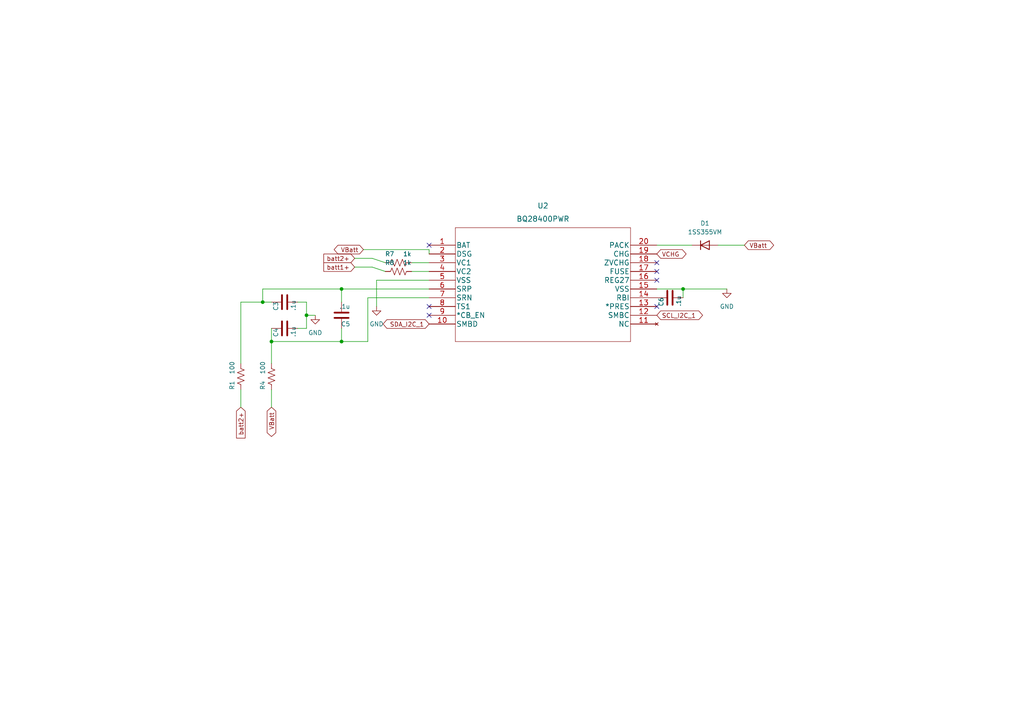
<source format=kicad_sch>
(kicad_sch (version 20211123) (generator eeschema)

  (uuid c032e898-6dae-4666-a6b6-9366647429d6)

  (paper "A4")

  (lib_symbols
    (symbol "BQ28400PWR:BQ28400PWR" (pin_names (offset 0.254)) (in_bom yes) (on_board yes)
      (property "Reference" "U" (id 0) (at 33.02 10.16 0)
        (effects (font (size 1.524 1.524)))
      )
      (property "Value" "BQ28400PWR" (id 1) (at 33.02 7.62 0)
        (effects (font (size 1.524 1.524)))
      )
      (property "Footprint" "PW20" (id 2) (at 33.02 6.096 0)
        (effects (font (size 1.524 1.524)) hide)
      )
      (property "Datasheet" "" (id 3) (at 0 0 0)
        (effects (font (size 1.524 1.524)))
      )
      (property "ki_locked" "" (id 4) (at 0 0 0)
        (effects (font (size 1.27 1.27)))
      )
      (property "ki_fp_filters" "PW20 PW20-M PW20-L" (id 5) (at 0 0 0)
        (effects (font (size 1.27 1.27)) hide)
      )
      (symbol "BQ28400PWR_1_1"
        (polyline
          (pts
            (xy 7.62 -27.94)
            (xy 58.42 -27.94)
          )
          (stroke (width 0.127) (type default) (color 0 0 0 0))
          (fill (type none))
        )
        (polyline
          (pts
            (xy 7.62 5.08)
            (xy 7.62 -27.94)
          )
          (stroke (width 0.127) (type default) (color 0 0 0 0))
          (fill (type none))
        )
        (polyline
          (pts
            (xy 58.42 -27.94)
            (xy 58.42 5.08)
          )
          (stroke (width 0.127) (type default) (color 0 0 0 0))
          (fill (type none))
        )
        (polyline
          (pts
            (xy 58.42 5.08)
            (xy 7.62 5.08)
          )
          (stroke (width 0.127) (type default) (color 0 0 0 0))
          (fill (type none))
        )
        (pin power_in line (at 0 0 0) (length 7.62)
          (name "BAT" (effects (font (size 1.4986 1.4986))))
          (number "1" (effects (font (size 1.4986 1.4986))))
        )
        (pin bidirectional line (at 0 -22.86 0) (length 7.62)
          (name "SMBD" (effects (font (size 1.4986 1.4986))))
          (number "10" (effects (font (size 1.4986 1.4986))))
        )
        (pin no_connect line (at 66.04 -22.86 180) (length 7.62)
          (name "NC" (effects (font (size 1.4986 1.4986))))
          (number "11" (effects (font (size 1.4986 1.4986))))
        )
        (pin bidirectional line (at 66.04 -20.32 180) (length 7.62)
          (name "SMBC" (effects (font (size 1.4986 1.4986))))
          (number "12" (effects (font (size 1.4986 1.4986))))
        )
        (pin input line (at 66.04 -17.78 180) (length 7.62)
          (name "*PRES" (effects (font (size 1.4986 1.4986))))
          (number "13" (effects (font (size 1.4986 1.4986))))
        )
        (pin power_in line (at 66.04 -15.24 180) (length 7.62)
          (name "RBI" (effects (font (size 1.4986 1.4986))))
          (number "14" (effects (font (size 1.4986 1.4986))))
        )
        (pin power_in line (at 66.04 -12.7 180) (length 7.62)
          (name "VSS" (effects (font (size 1.4986 1.4986))))
          (number "15" (effects (font (size 1.4986 1.4986))))
        )
        (pin power_in line (at 66.04 -10.16 180) (length 7.62)
          (name "REG27" (effects (font (size 1.4986 1.4986))))
          (number "16" (effects (font (size 1.4986 1.4986))))
        )
        (pin output line (at 66.04 -7.62 180) (length 7.62)
          (name "FUSE" (effects (font (size 1.4986 1.4986))))
          (number "17" (effects (font (size 1.4986 1.4986))))
        )
        (pin output line (at 66.04 -5.08 180) (length 7.62)
          (name "ZVCHG" (effects (font (size 1.4986 1.4986))))
          (number "18" (effects (font (size 1.4986 1.4986))))
        )
        (pin output line (at 66.04 -2.54 180) (length 7.62)
          (name "CHG" (effects (font (size 1.4986 1.4986))))
          (number "19" (effects (font (size 1.4986 1.4986))))
        )
        (pin output line (at 0 -2.54 0) (length 7.62)
          (name "DSG" (effects (font (size 1.4986 1.4986))))
          (number "2" (effects (font (size 1.4986 1.4986))))
        )
        (pin power_in line (at 66.04 0 180) (length 7.62)
          (name "PACK" (effects (font (size 1.4986 1.4986))))
          (number "20" (effects (font (size 1.4986 1.4986))))
        )
        (pin input line (at 0 -5.08 0) (length 7.62)
          (name "VC1" (effects (font (size 1.4986 1.4986))))
          (number "3" (effects (font (size 1.4986 1.4986))))
        )
        (pin input line (at 0 -7.62 0) (length 7.62)
          (name "VC2" (effects (font (size 1.4986 1.4986))))
          (number "4" (effects (font (size 1.4986 1.4986))))
        )
        (pin power_in line (at 0 -10.16 0) (length 7.62)
          (name "VSS" (effects (font (size 1.4986 1.4986))))
          (number "5" (effects (font (size 1.4986 1.4986))))
        )
        (pin input line (at 0 -12.7 0) (length 7.62)
          (name "SRP" (effects (font (size 1.4986 1.4986))))
          (number "6" (effects (font (size 1.4986 1.4986))))
        )
        (pin input line (at 0 -15.24 0) (length 7.62)
          (name "SRN" (effects (font (size 1.4986 1.4986))))
          (number "7" (effects (font (size 1.4986 1.4986))))
        )
        (pin input line (at 0 -17.78 0) (length 7.62)
          (name "TS1" (effects (font (size 1.4986 1.4986))))
          (number "8" (effects (font (size 1.4986 1.4986))))
        )
        (pin output line (at 0 -20.32 0) (length 7.62)
          (name "*CB_EN" (effects (font (size 1.4986 1.4986))))
          (number "9" (effects (font (size 1.4986 1.4986))))
        )
      )
    )
    (symbol "Device:C" (pin_numbers hide) (pin_names (offset 0.254)) (in_bom yes) (on_board yes)
      (property "Reference" "C" (id 0) (at 0.635 2.54 0)
        (effects (font (size 1.27 1.27)) (justify left))
      )
      (property "Value" "C" (id 1) (at 0.635 -2.54 0)
        (effects (font (size 1.27 1.27)) (justify left))
      )
      (property "Footprint" "" (id 2) (at 0.9652 -3.81 0)
        (effects (font (size 1.27 1.27)) hide)
      )
      (property "Datasheet" "~" (id 3) (at 0 0 0)
        (effects (font (size 1.27 1.27)) hide)
      )
      (property "ki_keywords" "cap capacitor" (id 4) (at 0 0 0)
        (effects (font (size 1.27 1.27)) hide)
      )
      (property "ki_description" "Unpolarized capacitor" (id 5) (at 0 0 0)
        (effects (font (size 1.27 1.27)) hide)
      )
      (property "ki_fp_filters" "C_*" (id 6) (at 0 0 0)
        (effects (font (size 1.27 1.27)) hide)
      )
      (symbol "C_0_1"
        (polyline
          (pts
            (xy -2.032 -0.762)
            (xy 2.032 -0.762)
          )
          (stroke (width 0.508) (type default) (color 0 0 0 0))
          (fill (type none))
        )
        (polyline
          (pts
            (xy -2.032 0.762)
            (xy 2.032 0.762)
          )
          (stroke (width 0.508) (type default) (color 0 0 0 0))
          (fill (type none))
        )
      )
      (symbol "C_1_1"
        (pin passive line (at 0 3.81 270) (length 2.794)
          (name "~" (effects (font (size 1.27 1.27))))
          (number "1" (effects (font (size 1.27 1.27))))
        )
        (pin passive line (at 0 -3.81 90) (length 2.794)
          (name "~" (effects (font (size 1.27 1.27))))
          (number "2" (effects (font (size 1.27 1.27))))
        )
      )
    )
    (symbol "Device:R_US" (pin_numbers hide) (pin_names (offset 0)) (in_bom yes) (on_board yes)
      (property "Reference" "R" (id 0) (at 2.54 0 90)
        (effects (font (size 1.27 1.27)))
      )
      (property "Value" "R_US" (id 1) (at -2.54 0 90)
        (effects (font (size 1.27 1.27)))
      )
      (property "Footprint" "" (id 2) (at 1.016 -0.254 90)
        (effects (font (size 1.27 1.27)) hide)
      )
      (property "Datasheet" "~" (id 3) (at 0 0 0)
        (effects (font (size 1.27 1.27)) hide)
      )
      (property "ki_keywords" "R res resistor" (id 4) (at 0 0 0)
        (effects (font (size 1.27 1.27)) hide)
      )
      (property "ki_description" "Resistor, US symbol" (id 5) (at 0 0 0)
        (effects (font (size 1.27 1.27)) hide)
      )
      (property "ki_fp_filters" "R_*" (id 6) (at 0 0 0)
        (effects (font (size 1.27 1.27)) hide)
      )
      (symbol "R_US_0_1"
        (polyline
          (pts
            (xy 0 -2.286)
            (xy 0 -2.54)
          )
          (stroke (width 0) (type default) (color 0 0 0 0))
          (fill (type none))
        )
        (polyline
          (pts
            (xy 0 2.286)
            (xy 0 2.54)
          )
          (stroke (width 0) (type default) (color 0 0 0 0))
          (fill (type none))
        )
        (polyline
          (pts
            (xy 0 -0.762)
            (xy 1.016 -1.143)
            (xy 0 -1.524)
            (xy -1.016 -1.905)
            (xy 0 -2.286)
          )
          (stroke (width 0) (type default) (color 0 0 0 0))
          (fill (type none))
        )
        (polyline
          (pts
            (xy 0 0.762)
            (xy 1.016 0.381)
            (xy 0 0)
            (xy -1.016 -0.381)
            (xy 0 -0.762)
          )
          (stroke (width 0) (type default) (color 0 0 0 0))
          (fill (type none))
        )
        (polyline
          (pts
            (xy 0 2.286)
            (xy 1.016 1.905)
            (xy 0 1.524)
            (xy -1.016 1.143)
            (xy 0 0.762)
          )
          (stroke (width 0) (type default) (color 0 0 0 0))
          (fill (type none))
        )
      )
      (symbol "R_US_1_1"
        (pin passive line (at 0 3.81 270) (length 1.27)
          (name "~" (effects (font (size 1.27 1.27))))
          (number "1" (effects (font (size 1.27 1.27))))
        )
        (pin passive line (at 0 -3.81 90) (length 1.27)
          (name "~" (effects (font (size 1.27 1.27))))
          (number "2" (effects (font (size 1.27 1.27))))
        )
      )
    )
    (symbol "Diode:1SS355VM" (pin_numbers hide) (pin_names (offset 1.016) hide) (in_bom yes) (on_board yes)
      (property "Reference" "D" (id 0) (at 0 2.54 0)
        (effects (font (size 1.27 1.27)))
      )
      (property "Value" "1SS355VM" (id 1) (at 0 -2.54 0)
        (effects (font (size 1.27 1.27)))
      )
      (property "Footprint" "Diode_SMD:D_SOD-323F" (id 2) (at 0 -4.445 0)
        (effects (font (size 1.27 1.27)) hide)
      )
      (property "Datasheet" "https://fscdn.rohm.com/en/products/databook/datasheet/discrete/diode/switching/1ss355vmte-17-e.pdf" (id 3) (at 0 0 0)
        (effects (font (size 1.27 1.27)) hide)
      )
      (property "ki_keywords" "diode" (id 4) (at 0 0 0)
        (effects (font (size 1.27 1.27)) hide)
      )
      (property "ki_description" "90V 0.1A high speed switching Diode, SOD-323F" (id 5) (at 0 0 0)
        (effects (font (size 1.27 1.27)) hide)
      )
      (property "ki_fp_filters" "D*SOD?323F*" (id 6) (at 0 0 0)
        (effects (font (size 1.27 1.27)) hide)
      )
      (symbol "1SS355VM_0_1"
        (polyline
          (pts
            (xy -1.27 1.27)
            (xy -1.27 -1.27)
          )
          (stroke (width 0.254) (type default) (color 0 0 0 0))
          (fill (type none))
        )
        (polyline
          (pts
            (xy 1.27 0)
            (xy -1.27 0)
          )
          (stroke (width 0) (type default) (color 0 0 0 0))
          (fill (type none))
        )
        (polyline
          (pts
            (xy 1.27 1.27)
            (xy 1.27 -1.27)
            (xy -1.27 0)
            (xy 1.27 1.27)
          )
          (stroke (width 0.254) (type default) (color 0 0 0 0))
          (fill (type none))
        )
      )
      (symbol "1SS355VM_1_1"
        (pin passive line (at -3.81 0 0) (length 2.54)
          (name "K" (effects (font (size 1.27 1.27))))
          (number "1" (effects (font (size 1.27 1.27))))
        )
        (pin passive line (at 3.81 0 180) (length 2.54)
          (name "A" (effects (font (size 1.27 1.27))))
          (number "2" (effects (font (size 1.27 1.27))))
        )
      )
    )
    (symbol "power:GND" (power) (pin_names (offset 0)) (in_bom yes) (on_board yes)
      (property "Reference" "#PWR" (id 0) (at 0 -6.35 0)
        (effects (font (size 1.27 1.27)) hide)
      )
      (property "Value" "GND" (id 1) (at 0 -3.81 0)
        (effects (font (size 1.27 1.27)))
      )
      (property "Footprint" "" (id 2) (at 0 0 0)
        (effects (font (size 1.27 1.27)) hide)
      )
      (property "Datasheet" "" (id 3) (at 0 0 0)
        (effects (font (size 1.27 1.27)) hide)
      )
      (property "ki_keywords" "power-flag" (id 4) (at 0 0 0)
        (effects (font (size 1.27 1.27)) hide)
      )
      (property "ki_description" "Power symbol creates a global label with name \"GND\" , ground" (id 5) (at 0 0 0)
        (effects (font (size 1.27 1.27)) hide)
      )
      (symbol "GND_0_1"
        (polyline
          (pts
            (xy 0 0)
            (xy 0 -1.27)
            (xy 1.27 -1.27)
            (xy 0 -2.54)
            (xy -1.27 -1.27)
            (xy 0 -1.27)
          )
          (stroke (width 0) (type default) (color 0 0 0 0))
          (fill (type none))
        )
      )
      (symbol "GND_1_1"
        (pin power_in line (at 0 0 270) (length 0) hide
          (name "GND" (effects (font (size 1.27 1.27))))
          (number "1" (effects (font (size 1.27 1.27))))
        )
      )
    )
  )

  (junction (at 76.2 87.63) (diameter 0) (color 0 0 0 0)
    (uuid 2eb4b010-e899-4885-9de8-72523a2950a6)
  )
  (junction (at 99.06 83.82) (diameter 0) (color 0 0 0 0)
    (uuid 57a3a6fb-3449-4cc7-9c6d-075f10dcc8b5)
  )
  (junction (at 198.12 83.82) (diameter 0) (color 0 0 0 0)
    (uuid 8900328e-de72-4106-a24f-2f42112ab6fd)
  )
  (junction (at 78.74 99.06) (diameter 0) (color 0 0 0 0)
    (uuid 96b064e7-0806-46d2-adef-6fa3501e7ae0)
  )
  (junction (at 88.9 91.44) (diameter 0) (color 0 0 0 0)
    (uuid ccb88030-8f29-4e4d-9ac9-e9c440406376)
  )
  (junction (at 99.06 99.06) (diameter 0) (color 0 0 0 0)
    (uuid f0242990-c512-4b11-9cb1-dfaa41bf30f0)
  )

  (no_connect (at 190.5 78.74) (uuid 31a3c732-1a71-4d81-9458-bf601521d5e6))
  (no_connect (at 124.46 88.9) (uuid 65ebb96f-1cb6-4d0c-81ca-0d617d6cf24d))
  (no_connect (at 190.5 88.9) (uuid 92eae555-b5d0-4c51-ade7-5f7e6cac142c))
  (no_connect (at 190.5 76.2) (uuid cff678a2-db0b-4ae9-bc31-0c422acdc9b3))
  (no_connect (at 124.46 71.12) (uuid d3254c9f-e91b-48e9-9c4e-3d8d74423240))
  (no_connect (at 124.46 91.44) (uuid fd09fced-1b58-4ae1-a8af-29dbe7b12dbc))
  (no_connect (at 190.5 81.28) (uuid fe2f0055-3216-42be-bd11-3496de6d0c3e))

  (wire (pts (xy 78.74 99.06) (xy 78.74 105.41))
    (stroke (width 0) (type default) (color 0 0 0 0))
    (uuid 0a9fd35a-7955-41e8-b494-11496bd851cb)
  )
  (wire (pts (xy 124.46 86.36) (xy 106.68 86.36))
    (stroke (width 0) (type default) (color 0 0 0 0))
    (uuid 0b2e7c8c-2ecb-466d-9a50-4bf5a4f25a9e)
  )
  (wire (pts (xy 88.9 95.25) (xy 86.36 95.25))
    (stroke (width 0) (type default) (color 0 0 0 0))
    (uuid 13bb29fc-b0e4-4f6b-88e4-ac788170972f)
  )
  (wire (pts (xy 86.36 87.63) (xy 88.9 87.63))
    (stroke (width 0) (type default) (color 0 0 0 0))
    (uuid 15f6071f-81cd-4923-a725-9b761f14f826)
  )
  (wire (pts (xy 106.68 99.06) (xy 99.06 99.06))
    (stroke (width 0) (type default) (color 0 0 0 0))
    (uuid 1771d8b0-6277-43e3-b1a8-0fde837b9372)
  )
  (wire (pts (xy 190.5 83.82) (xy 198.12 83.82))
    (stroke (width 0) (type default) (color 0 0 0 0))
    (uuid 2988e0cd-0a82-42e3-9d00-6ee49f0a3044)
  )
  (wire (pts (xy 69.85 113.03) (xy 69.85 118.11))
    (stroke (width 0) (type default) (color 0 0 0 0))
    (uuid 2bd089cb-3fea-4392-877e-c2fd59491f5f)
  )
  (wire (pts (xy 109.22 81.28) (xy 124.46 81.28))
    (stroke (width 0) (type default) (color 0 0 0 0))
    (uuid 366a4f5f-f0f8-4f77-9c5d-76797ceb0d3a)
  )
  (wire (pts (xy 69.85 87.63) (xy 76.2 87.63))
    (stroke (width 0) (type default) (color 0 0 0 0))
    (uuid 36f59bcb-c14d-4b23-beaf-50aad942bffa)
  )
  (wire (pts (xy 69.85 105.41) (xy 69.85 87.63))
    (stroke (width 0) (type default) (color 0 0 0 0))
    (uuid 47fbfc80-7403-438f-b4f1-95d94f5363de)
  )
  (wire (pts (xy 109.22 81.28) (xy 109.22 88.9))
    (stroke (width 0) (type default) (color 0 0 0 0))
    (uuid 5142e1cd-ba25-45ab-b84f-5d8d7ac87144)
  )
  (wire (pts (xy 198.12 83.82) (xy 210.82 83.82))
    (stroke (width 0) (type default) (color 0 0 0 0))
    (uuid 5ce66e6a-8b23-457f-a928-5aba4fb9c624)
  )
  (wire (pts (xy 88.9 91.44) (xy 91.44 91.44))
    (stroke (width 0) (type default) (color 0 0 0 0))
    (uuid 681da3cd-0b5a-4e98-8954-18bba0e0e427)
  )
  (wire (pts (xy 190.5 71.12) (xy 200.66 71.12))
    (stroke (width 0) (type default) (color 0 0 0 0))
    (uuid 6985453c-782a-4c4d-8a11-7429a6b2fb2c)
  )
  (wire (pts (xy 124.46 72.39) (xy 124.46 73.66))
    (stroke (width 0) (type default) (color 0 0 0 0))
    (uuid 785ed135-fefb-4a70-b590-d1a1c647b3e7)
  )
  (wire (pts (xy 119.38 78.74) (xy 124.46 78.74))
    (stroke (width 0) (type default) (color 0 0 0 0))
    (uuid 81df75a9-b4b0-4b0c-9bae-37f6001501a6)
  )
  (wire (pts (xy 88.9 87.63) (xy 88.9 91.44))
    (stroke (width 0) (type default) (color 0 0 0 0))
    (uuid 82165ac6-d14b-4fee-8117-16cd03a58c43)
  )
  (wire (pts (xy 102.87 77.47) (xy 107.95 77.47))
    (stroke (width 0) (type default) (color 0 0 0 0))
    (uuid 84ae8725-a1cc-4a72-8762-992d2f0dc9bf)
  )
  (wire (pts (xy 88.9 91.44) (xy 88.9 95.25))
    (stroke (width 0) (type default) (color 0 0 0 0))
    (uuid 909d11c2-6ba4-4cde-a806-c16795f178e2)
  )
  (wire (pts (xy 99.06 87.63) (xy 99.06 83.82))
    (stroke (width 0) (type default) (color 0 0 0 0))
    (uuid 955d78fd-1f20-4047-8126-c60e949fa27c)
  )
  (wire (pts (xy 78.74 95.25) (xy 78.74 99.06))
    (stroke (width 0) (type default) (color 0 0 0 0))
    (uuid 9d63292d-9288-4e94-bcc7-e23f789b90db)
  )
  (wire (pts (xy 107.95 77.47) (xy 111.76 78.74))
    (stroke (width 0) (type default) (color 0 0 0 0))
    (uuid a4acd931-c4b5-4018-b508-d10645452a29)
  )
  (wire (pts (xy 102.87 74.93) (xy 107.95 74.93))
    (stroke (width 0) (type default) (color 0 0 0 0))
    (uuid a7e25af0-9039-41f6-bf20-9d132e4d072b)
  )
  (wire (pts (xy 99.06 83.82) (xy 76.2 83.82))
    (stroke (width 0) (type default) (color 0 0 0 0))
    (uuid acf11504-d329-4aa4-947e-439fbf54a716)
  )
  (wire (pts (xy 106.68 86.36) (xy 106.68 99.06))
    (stroke (width 0) (type default) (color 0 0 0 0))
    (uuid afe6cc29-31ca-4ac1-80c7-fcb42b86b96a)
  )
  (wire (pts (xy 99.06 83.82) (xy 124.46 83.82))
    (stroke (width 0) (type default) (color 0 0 0 0))
    (uuid b1162078-4a41-46b8-84b5-a7eea7765c37)
  )
  (wire (pts (xy 78.74 99.06) (xy 99.06 99.06))
    (stroke (width 0) (type default) (color 0 0 0 0))
    (uuid bb927170-efd3-4874-a1d2-8b18957db065)
  )
  (wire (pts (xy 107.95 74.93) (xy 111.76 76.2))
    (stroke (width 0) (type default) (color 0 0 0 0))
    (uuid c5c34610-74bf-415a-9cb0-1e43fa26dc32)
  )
  (wire (pts (xy 198.12 86.36) (xy 198.12 83.82))
    (stroke (width 0) (type default) (color 0 0 0 0))
    (uuid d878f071-455b-4bd8-9939-20f3cf8c70a0)
  )
  (wire (pts (xy 105.41 72.39) (xy 124.46 72.39))
    (stroke (width 0) (type default) (color 0 0 0 0))
    (uuid d92df040-b6e4-46f4-84b8-269795e60b81)
  )
  (wire (pts (xy 76.2 87.63) (xy 78.74 87.63))
    (stroke (width 0) (type default) (color 0 0 0 0))
    (uuid dc0af9d6-7939-4116-b9d4-a8a4e277ae6f)
  )
  (wire (pts (xy 99.06 95.25) (xy 99.06 99.06))
    (stroke (width 0) (type default) (color 0 0 0 0))
    (uuid dcb0984d-cb0c-4468-af9d-40eb3388d8f6)
  )
  (wire (pts (xy 119.38 76.2) (xy 124.46 76.2))
    (stroke (width 0) (type default) (color 0 0 0 0))
    (uuid dfbdddf9-9632-4666-b495-2cddb3f047e0)
  )
  (wire (pts (xy 76.2 83.82) (xy 76.2 87.63))
    (stroke (width 0) (type default) (color 0 0 0 0))
    (uuid eb11caf5-3a57-414e-a3d1-9adc4af4d887)
  )
  (wire (pts (xy 208.28 71.12) (xy 215.9 71.12))
    (stroke (width 0) (type default) (color 0 0 0 0))
    (uuid f259b441-46bf-4c70-a447-6f141dd2cecf)
  )
  (wire (pts (xy 78.74 113.03) (xy 78.74 118.11))
    (stroke (width 0) (type default) (color 0 0 0 0))
    (uuid fbe67970-f652-4277-b4e6-b98dddc82f05)
  )

  (global_label "SDA_I2C_1" (shape bidirectional) (at 124.46 93.98 180) (fields_autoplaced)
    (effects (font (size 1.27 1.27)) (justify right))
    (uuid 0f559662-2f3a-4ea7-ac80-5cd47c708453)
    (property "Intersheet References" "${INTERSHEET_REFS}" (id 0) (at 112.2498 93.9006 0)
      (effects (font (size 1.27 1.27)) (justify right) hide)
    )
  )
  (global_label "VBatt" (shape bidirectional) (at 78.74 118.11 270) (fields_autoplaced)
    (effects (font (size 1.27 1.27)) (justify right))
    (uuid 162b0289-386a-4ca3-9d69-188a5e625004)
    (property "Intersheet References" "${INTERSHEET_REFS}" (id 0) (at 78.8194 125.4821 90)
      (effects (font (size 1.27 1.27)) (justify right) hide)
    )
  )
  (global_label "VBatt" (shape bidirectional) (at 105.41 72.39 180) (fields_autoplaced)
    (effects (font (size 1.27 1.27)) (justify right))
    (uuid 50c2ee2d-a8bd-438d-8a3f-8c9f32d3b78b)
    (property "Intersheet References" "${INTERSHEET_REFS}" (id 0) (at 98.0379 72.4694 0)
      (effects (font (size 1.27 1.27)) (justify right) hide)
    )
  )
  (global_label "VBatt" (shape bidirectional) (at 215.9 71.12 0) (fields_autoplaced)
    (effects (font (size 1.27 1.27)) (justify left))
    (uuid 7dca3ef2-d086-43e6-b2f5-47306244a4a4)
    (property "Intersheet References" "${INTERSHEET_REFS}" (id 0) (at 223.2721 71.0406 0)
      (effects (font (size 1.27 1.27)) (justify left) hide)
    )
  )
  (global_label "SCL_I2C_1" (shape bidirectional) (at 190.5 91.44 0) (fields_autoplaced)
    (effects (font (size 1.27 1.27)) (justify left))
    (uuid 8bff489d-1129-4da2-bb02-b193c4c02dd9)
    (property "Intersheet References" "${INTERSHEET_REFS}" (id 0) (at 202.6498 91.3606 0)
      (effects (font (size 1.27 1.27)) (justify left) hide)
    )
  )
  (global_label "batt2+" (shape input) (at 69.85 118.11 270) (fields_autoplaced)
    (effects (font (size 1.27 1.27)) (justify right))
    (uuid 8c8e506b-4384-4388-b435-881fe70faaa9)
    (property "Intersheet References" "${INTERSHEET_REFS}" (id 0) (at 69.7706 127.0545 90)
      (effects (font (size 1.27 1.27)) (justify right) hide)
    )
  )
  (global_label "batt2+" (shape input) (at 102.87 74.93 180) (fields_autoplaced)
    (effects (font (size 1.27 1.27)) (justify right))
    (uuid 93ffcc69-8098-4f11-9557-705d35d99690)
    (property "Intersheet References" "${INTERSHEET_REFS}" (id 0) (at 93.9255 74.8506 0)
      (effects (font (size 1.27 1.27)) (justify right) hide)
    )
  )
  (global_label "batt1+" (shape input) (at 102.87 77.47 180) (fields_autoplaced)
    (effects (font (size 1.27 1.27)) (justify right))
    (uuid c7cd867a-efad-4618-83a0-0dbe6869c950)
    (property "Intersheet References" "${INTERSHEET_REFS}" (id 0) (at 93.9255 77.3906 0)
      (effects (font (size 1.27 1.27)) (justify right) hide)
    )
  )
  (global_label "VCHG" (shape bidirectional) (at 190.5 73.66 0) (fields_autoplaced)
    (effects (font (size 1.27 1.27)) (justify left))
    (uuid e22319c8-7ab4-4657-94d0-4431650a2b5a)
    (property "Intersheet References" "${INTERSHEET_REFS}" (id 0) (at 197.8721 73.5806 0)
      (effects (font (size 1.27 1.27)) (justify left) hide)
    )
  )

  (symbol (lib_id "Device:R_US") (at 69.85 109.22 180) (unit 1)
    (in_bom yes) (on_board yes)
    (uuid 0be62c12-1627-4fad-a426-7f3973bc39dc)
    (property "Reference" "R1" (id 0) (at 67.31 111.76 90))
    (property "Value" "100" (id 1) (at 67.31 106.68 90))
    (property "Footprint" "Resistor_SMD:R_0402_1005Metric" (id 2) (at 68.834 108.966 90)
      (effects (font (size 1.27 1.27)) hide)
    )
    (property "Datasheet" "~" (id 3) (at 69.85 109.22 0)
      (effects (font (size 1.27 1.27)) hide)
    )
    (pin "1" (uuid 1953e524-c7f9-42c4-a197-24735a9e0985))
    (pin "2" (uuid 49b0fd76-ede1-427e-9bd4-826b14846c67))
  )

  (symbol (lib_id "Device:C") (at 82.55 95.25 90) (unit 1)
    (in_bom yes) (on_board yes)
    (uuid 1c12ab98-ad35-42bd-9f40-843116b3b7f3)
    (property "Reference" "C4" (id 0) (at 80.01 97.79 0)
      (effects (font (size 1.27 1.27)) (justify left))
    )
    (property "Value" ".1u" (id 1) (at 85.09 97.79 0)
      (effects (font (size 1.27 1.27)) (justify left))
    )
    (property "Footprint" "Capacitor_SMD:C_0402_1005Metric" (id 2) (at 86.36 94.2848 0)
      (effects (font (size 1.27 1.27)) hide)
    )
    (property "Datasheet" "~" (id 3) (at 82.55 95.25 0)
      (effects (font (size 1.27 1.27)) hide)
    )
    (pin "1" (uuid 213c8c26-fb95-4f95-a9b4-7e2d1cb4db94))
    (pin "2" (uuid ccdbece2-6872-48c7-bae3-9c9f7987b6ab))
  )

  (symbol (lib_id "BQ28400PWR:BQ28400PWR") (at 124.46 71.12 0) (unit 1)
    (in_bom yes) (on_board yes) (fields_autoplaced)
    (uuid 5be6b211-3767-4b12-afc1-2bddc62963d4)
    (property "Reference" "U2" (id 0) (at 157.48 59.69 0)
      (effects (font (size 1.524 1.524)))
    )
    (property "Value" "BQ28400PWR" (id 1) (at 157.48 63.5 0)
      (effects (font (size 1.524 1.524)))
    )
    (property "Footprint" "Global Footprints:BQ28400PWR" (id 2) (at 157.48 65.024 0)
      (effects (font (size 1.524 1.524)) hide)
    )
    (property "Datasheet" "" (id 3) (at 124.46 71.12 0)
      (effects (font (size 1.524 1.524)))
    )
    (pin "1" (uuid 6c30170e-cac9-4803-9ef2-64978614d9d3))
    (pin "10" (uuid 698105e1-f34b-45d1-9024-4b1fdfa7bd39))
    (pin "11" (uuid de9b42f6-ab15-4c33-9f0e-cef833815a3e))
    (pin "12" (uuid 32712639-7bad-4571-a7a8-a561815b1bcb))
    (pin "13" (uuid bda2e8cd-fb94-485f-b827-64eb0309a27c))
    (pin "14" (uuid e9703c53-d042-40bd-812f-42ecb1cff6f5))
    (pin "15" (uuid e9908ef6-d8c9-4895-b82e-fd43ac48d545))
    (pin "16" (uuid 1173c615-5026-4760-b54e-0fdf67b5f246))
    (pin "17" (uuid 2fd84848-b268-4d8a-8d94-61d2be040152))
    (pin "18" (uuid 1eb780b8-933c-407c-ac81-dd1bd9d027f8))
    (pin "19" (uuid 346d8d5a-edcc-4c68-bbc5-5126f85012e3))
    (pin "2" (uuid 268e7af3-ab1b-4b9e-a598-c9ff9c4f523d))
    (pin "20" (uuid e6efc7ba-926b-4094-bbc7-b8ee9228f4b1))
    (pin "3" (uuid 8ef3a4dd-7b3f-48ce-91e2-bef364cee419))
    (pin "4" (uuid 0e1090d5-bb09-4318-a3f5-6c77d98e34d9))
    (pin "5" (uuid 83df5934-77b9-4057-9574-2e0c45299bb0))
    (pin "6" (uuid 64894a2c-84de-440c-a88c-9ef460d23184))
    (pin "7" (uuid 554fcdcc-b7db-485f-aa9e-4afd73b7fdfd))
    (pin "8" (uuid 7b153fd6-1573-4cff-b80a-37a4f5108a83))
    (pin "9" (uuid 1e68f47f-60ac-47ac-a6ef-07157cbaddd0))
  )

  (symbol (lib_id "power:GND") (at 91.44 91.44 0) (unit 1)
    (in_bom yes) (on_board yes) (fields_autoplaced)
    (uuid 74d7642c-1195-4f29-9b64-887e6ef76b00)
    (property "Reference" "#PWR0163" (id 0) (at 91.44 97.79 0)
      (effects (font (size 1.27 1.27)) hide)
    )
    (property "Value" "GND" (id 1) (at 91.44 96.52 0))
    (property "Footprint" "" (id 2) (at 91.44 91.44 0)
      (effects (font (size 1.27 1.27)) hide)
    )
    (property "Datasheet" "" (id 3) (at 91.44 91.44 0)
      (effects (font (size 1.27 1.27)) hide)
    )
    (pin "1" (uuid 4d9d2f9f-e34d-475c-a163-95b87cde4c72))
  )

  (symbol (lib_id "Device:C") (at 194.31 86.36 90) (unit 1)
    (in_bom yes) (on_board yes)
    (uuid 925d3480-20a4-48a2-b380-a650f0568734)
    (property "Reference" "C6" (id 0) (at 191.77 88.9 0)
      (effects (font (size 1.27 1.27)) (justify left))
    )
    (property "Value" ".1u" (id 1) (at 196.85 88.9 0)
      (effects (font (size 1.27 1.27)) (justify left))
    )
    (property "Footprint" "Capacitor_SMD:C_0402_1005Metric" (id 2) (at 198.12 85.3948 0)
      (effects (font (size 1.27 1.27)) hide)
    )
    (property "Datasheet" "~" (id 3) (at 194.31 86.36 0)
      (effects (font (size 1.27 1.27)) hide)
    )
    (pin "1" (uuid b1b530ad-6318-4f7f-8f74-daee021787c0))
    (pin "2" (uuid 658f5fc3-7044-418c-99dd-ceb91a728da6))
  )

  (symbol (lib_id "Device:C") (at 82.55 87.63 90) (unit 1)
    (in_bom yes) (on_board yes)
    (uuid 939dcba7-fbaf-433c-b557-3f38e786bf04)
    (property "Reference" "C3" (id 0) (at 80.01 90.17 0)
      (effects (font (size 1.27 1.27)) (justify left))
    )
    (property "Value" ".1u" (id 1) (at 85.09 90.17 0)
      (effects (font (size 1.27 1.27)) (justify left))
    )
    (property "Footprint" "Capacitor_SMD:C_0402_1005Metric" (id 2) (at 86.36 86.6648 0)
      (effects (font (size 1.27 1.27)) hide)
    )
    (property "Datasheet" "~" (id 3) (at 82.55 87.63 0)
      (effects (font (size 1.27 1.27)) hide)
    )
    (pin "1" (uuid 22f2147e-5714-4506-b13a-6901e0517055))
    (pin "2" (uuid 4b73d0ef-baa0-42c2-99cd-02eb01e3b238))
  )

  (symbol (lib_id "Device:R_US") (at 78.74 109.22 180) (unit 1)
    (in_bom yes) (on_board yes)
    (uuid 958c9761-1b61-4fa9-b751-2697474ff54a)
    (property "Reference" "R4" (id 0) (at 76.2 111.76 90))
    (property "Value" "100" (id 1) (at 76.2 106.68 90))
    (property "Footprint" "Resistor_SMD:R_0402_1005Metric" (id 2) (at 77.724 108.966 90)
      (effects (font (size 1.27 1.27)) hide)
    )
    (property "Datasheet" "~" (id 3) (at 78.74 109.22 0)
      (effects (font (size 1.27 1.27)) hide)
    )
    (pin "1" (uuid 667f3862-60d9-4bad-be51-8bb92636e4d4))
    (pin "2" (uuid 757ba611-6ef7-482e-a5fd-5e68318347ed))
  )

  (symbol (lib_id "power:GND") (at 109.22 88.9 0) (unit 1)
    (in_bom yes) (on_board yes) (fields_autoplaced)
    (uuid a81cd236-cc7a-4f78-92dd-a25c98957f99)
    (property "Reference" "#PWR0146" (id 0) (at 109.22 95.25 0)
      (effects (font (size 1.27 1.27)) hide)
    )
    (property "Value" "GND" (id 1) (at 109.22 93.98 0))
    (property "Footprint" "" (id 2) (at 109.22 88.9 0)
      (effects (font (size 1.27 1.27)) hide)
    )
    (property "Datasheet" "" (id 3) (at 109.22 88.9 0)
      (effects (font (size 1.27 1.27)) hide)
    )
    (pin "1" (uuid ab80dcf0-4e43-4f77-867c-1070e5c2223a))
  )

  (symbol (lib_id "Device:C") (at 99.06 91.44 180) (unit 1)
    (in_bom yes) (on_board yes)
    (uuid ad20c65a-dcb0-47b6-8416-3f83963e4a83)
    (property "Reference" "C5" (id 0) (at 101.6 93.98 0)
      (effects (font (size 1.27 1.27)) (justify left))
    )
    (property "Value" ".1u" (id 1) (at 101.6 88.9 0)
      (effects (font (size 1.27 1.27)) (justify left))
    )
    (property "Footprint" "Capacitor_SMD:C_0402_1005Metric" (id 2) (at 98.0948 87.63 0)
      (effects (font (size 1.27 1.27)) hide)
    )
    (property "Datasheet" "~" (id 3) (at 99.06 91.44 0)
      (effects (font (size 1.27 1.27)) hide)
    )
    (pin "1" (uuid 2ef7a685-1d72-42d4-8316-32ea645e68ba))
    (pin "2" (uuid 38338a90-fcbb-4327-bf33-cd971227d0d9))
  )

  (symbol (lib_id "Diode:1SS355VM") (at 204.47 71.12 0) (unit 1)
    (in_bom yes) (on_board yes) (fields_autoplaced)
    (uuid b2ba57c4-d3cf-42ab-9e83-5ec42c3a8784)
    (property "Reference" "D1" (id 0) (at 204.47 64.77 0))
    (property "Value" "1SS355VM" (id 1) (at 204.47 67.31 0))
    (property "Footprint" "Diode_SMD:D_SOD-323F" (id 2) (at 204.47 75.565 0)
      (effects (font (size 1.27 1.27)) hide)
    )
    (property "Datasheet" "https://fscdn.rohm.com/en/products/databook/datasheet/discrete/diode/switching/1ss355vmte-17-e.pdf" (id 3) (at 204.47 71.12 0)
      (effects (font (size 1.27 1.27)) hide)
    )
    (pin "1" (uuid f486d4d6-9b2a-4606-93ad-0025a0b33946))
    (pin "2" (uuid 8b497072-9c8b-4e0e-9630-636cf390e5af))
  )

  (symbol (lib_id "Device:R_US") (at 115.57 76.2 90) (unit 1)
    (in_bom yes) (on_board yes)
    (uuid b6bc8b4d-3ef5-43ad-a769-e1149497f07c)
    (property "Reference" "R7" (id 0) (at 113.03 73.66 90))
    (property "Value" "1k" (id 1) (at 118.11 73.66 90))
    (property "Footprint" "Resistor_SMD:R_0402_1005Metric" (id 2) (at 115.824 75.184 90)
      (effects (font (size 1.27 1.27)) hide)
    )
    (property "Datasheet" "~" (id 3) (at 115.57 76.2 0)
      (effects (font (size 1.27 1.27)) hide)
    )
    (pin "1" (uuid 9384b0f9-3ee0-4705-bc98-9aab392d804c))
    (pin "2" (uuid 17b2c5f8-41c3-4e00-9396-e8c260b3c86f))
  )

  (symbol (lib_id "power:GND") (at 210.82 83.82 0) (unit 1)
    (in_bom yes) (on_board yes) (fields_autoplaced)
    (uuid ecf2d0d8-46f8-4315-a6a5-9d5051e994b3)
    (property "Reference" "#PWR0164" (id 0) (at 210.82 90.17 0)
      (effects (font (size 1.27 1.27)) hide)
    )
    (property "Value" "GND" (id 1) (at 210.82 88.9 0))
    (property "Footprint" "" (id 2) (at 210.82 83.82 0)
      (effects (font (size 1.27 1.27)) hide)
    )
    (property "Datasheet" "" (id 3) (at 210.82 83.82 0)
      (effects (font (size 1.27 1.27)) hide)
    )
    (pin "1" (uuid 00c08008-1e52-4aa0-821b-4d0de05818d2))
  )

  (symbol (lib_id "Device:R_US") (at 115.57 78.74 90) (unit 1)
    (in_bom yes) (on_board yes)
    (uuid ff9ab157-86dc-4ada-b3da-775915624f65)
    (property "Reference" "R8" (id 0) (at 113.03 76.2 90))
    (property "Value" "1k" (id 1) (at 118.11 76.2 90))
    (property "Footprint" "Resistor_SMD:R_0402_1005Metric" (id 2) (at 115.824 77.724 90)
      (effects (font (size 1.27 1.27)) hide)
    )
    (property "Datasheet" "~" (id 3) (at 115.57 78.74 0)
      (effects (font (size 1.27 1.27)) hide)
    )
    (pin "1" (uuid 053754c5-5c50-415f-8936-eadfb19c412c))
    (pin "2" (uuid 6e9d4105-a1ee-4be1-a05b-5011eaf5bc5c))
  )
)

</source>
